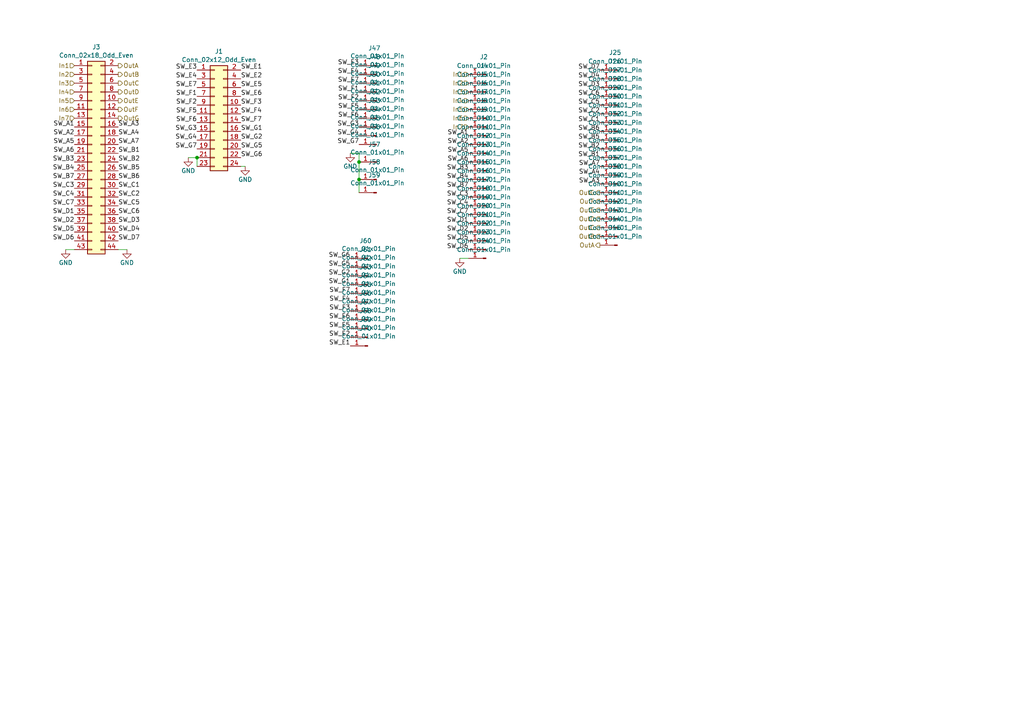
<source format=kicad_sch>
(kicad_sch (version 20231120) (generator "eeschema") (generator_version "8.0")
  (paper "A4")
  (lib_symbols
    (symbol "Connector:Conn_01x01_Pin" (pin_names (offset 1.016) hide)
      (property "Reference" "J" (at 0 2.54 0))
      (property "Value" "Conn_01x01_Pin" (at 0 -2.54 0))
      (symbol "Conn_01x01_Pin_1_1"
        (polyline (pts (xy 1.27 0) (xy 0.8636 0)) (stroke (width 0.1524)))
        (rectangle (start 0.8636 0.127) (end 0 -0.127) (stroke (width 0.1524)) (fill (type outline)))
        (pin passive line (at 5.08 0 180) (length 3.81) (name "Pin_1") (number "1"))
      )
    )
    (symbol "Connector_Generic:Conn_02x12_Odd_Even" (pin_names (offset 1.016) hide)
      (property "Reference" "J" (at 1.27 15.24 0))
      (property "Value" "Conn_02x12_Odd_Even" (at 1.27 -17.78 0))
      (symbol "Conn_02x12_Odd_Even_1_1"
        (rectangle (start -1.27 -15.113) (end 0 -15.367) (stroke (width 0.1524)))
        (rectangle (start -1.27 -12.573) (end 0 -12.827) (stroke (width 0.1524)))
        (rectangle (start -1.27 -10.033) (end 0 -10.287) (stroke (width 0.1524)))
        (rectangle (start -1.27 -7.493) (end 0 -7.747) (stroke (width 0.1524)))
        (rectangle (start -1.27 -4.953) (end 0 -5.207) (stroke (width 0.1524)))
        (rectangle (start -1.27 -2.413) (end 0 -2.667) (stroke (width 0.1524)))
        (rectangle (start -1.27 0.127) (end 0 -0.127) (stroke (width 0.1524)))
        (rectangle (start -1.27 2.667) (end 0 2.413) (stroke (width 0.1524)))
        (rectangle (start -1.27 5.207) (end 0 4.953) (stroke (width 0.1524)))
        (rectangle (start -1.27 7.747) (end 0 7.493) (stroke (width 0.1524)))
        (rectangle (start -1.27 10.287) (end 0 10.033) (stroke (width 0.1524)))
        (rectangle (start -1.27 12.827) (end 0 12.573) (stroke (width 0.1524)))
        (rectangle (start -1.27 13.97) (end 3.81 -16.51) (stroke (width 0.254)) (fill (type background)))
        (rectangle (start 3.81 -15.113) (end 2.54 -15.367) (stroke (width 0.1524)))
        (rectangle (start 3.81 -12.573) (end 2.54 -12.827) (stroke (width 0.1524)))
        (rectangle (start 3.81 -10.033) (end 2.54 -10.287) (stroke (width 0.1524)))
        (rectangle (start 3.81 -7.493) (end 2.54 -7.747) (stroke (width 0.1524)))
        (rectangle (start 3.81 -4.953) (end 2.54 -5.207) (stroke (width 0.1524)))
        (rectangle (start 3.81 -2.413) (end 2.54 -2.667) (stroke (width 0.1524)))
        (rectangle (start 3.81 0.127) (end 2.54 -0.127) (stroke (width 0.1524)))
        (rectangle (start 3.81 2.667) (end 2.54 2.413) (stroke (width 0.1524)))
        (rectangle (start 3.81 5.207) (end 2.54 4.953) (stroke (width 0.1524)))
        (rectangle (start 3.81 7.747) (end 2.54 7.493) (stroke (width 0.1524)))
        (rectangle (start 3.81 10.287) (end 2.54 10.033) (stroke (width 0.1524)))
        (rectangle (start 3.81 12.827) (end 2.54 12.573) (stroke (width 0.1524)))
        (pin passive line (at -5.08 12.7 0) (length 3.81) (name "Pin_1") (number "1"))
        (pin passive line (at 7.62 2.54 180) (length 3.81) (name "Pin_10") (number "10"))
        (pin passive line (at -5.08 0 0) (length 3.81) (name "Pin_11") (number "11"))
        (pin passive line (at 7.62 0 180) (length 3.81) (name "Pin_12") (number "12"))
        (pin passive line (at -5.08 -2.54 0) (length 3.81) (name "Pin_13") (number "13"))
        (pin passive line (at 7.62 -2.54 180) (length 3.81) (name "Pin_14") (number "14"))
        (pin passive line (at -5.08 -5.08 0) (length 3.81) (name "Pin_15") (number "15"))
        (pin passive line (at 7.62 -5.08 180) (length 3.81) (name "Pin_16") (number "16"))
        (pin passive line (at -5.08 -7.62 0) (length 3.81) (name "Pin_17") (number "17"))
        (pin passive line (at 7.62 -7.62 180) (length 3.81) (name "Pin_18") (number "18"))
        (pin passive line (at -5.08 -10.16 0) (length 3.81) (name "Pin_19") (number "19"))
        (pin passive line (at 7.62 12.7 180) (length 3.81) (name "Pin_2") (number "2"))
        (pin passive line (at 7.62 -10.16 180) (length 3.81) (name "Pin_20") (number "20"))
        (pin passive line (at -5.08 -12.7 0) (length 3.81) (name "Pin_21") (number "21"))
        (pin passive line (at 7.62 -12.7 180) (length 3.81) (name "Pin_22") (number "22"))
        (pin passive line (at -5.08 -15.24 0) (length 3.81) (name "Pin_23") (number "23"))
        (pin passive line (at 7.62 -15.24 180) (length 3.81) (name "Pin_24") (number "24"))
        (pin passive line (at -5.08 10.16 0) (length 3.81) (name "Pin_3") (number "3"))
        (pin passive line (at 7.62 10.16 180) (length 3.81) (name "Pin_4") (number "4"))
        (pin passive line (at -5.08 7.62 0) (length 3.81) (name "Pin_5") (number "5"))
        (pin passive line (at 7.62 7.62 180) (length 3.81) (name "Pin_6") (number "6"))
        (pin passive line (at -5.08 5.08 0) (length 3.81) (name "Pin_7") (number "7"))
        (pin passive line (at 7.62 5.08 180) (length 3.81) (name "Pin_8") (number "8"))
        (pin passive line (at -5.08 2.54 0) (length 3.81) (name "Pin_9") (number "9"))
      )
    )
    (symbol "Connector_Generic:Conn_02x22_Odd_Even" (pin_names (offset 1.016) hide)
      (property "Reference" "J" (at 1.27 27.94 0))
      (property "Value" "Conn_02x22_Odd_Even" (at 1.27 -30.48 0))
      (symbol "Conn_02x22_Odd_Even_1_1"
        (rectangle (start -1.27 -27.813) (end 0 -28.067) (stroke (width 0.1524)))
        (rectangle (start -1.27 -25.273) (end 0 -25.527) (stroke (width 0.1524)))
        (rectangle (start -1.27 -22.733) (end 0 -22.987) (stroke (width 0.1524)))
        (rectangle (start -1.27 -20.193) (end 0 -20.447) (stroke (width 0.1524)))
        (rectangle (start -1.27 -17.653) (end 0 -17.907) (stroke (width 0.1524)))
        (rectangle (start -1.27 -15.113) (end 0 -15.367) (stroke (width 0.1524)))
        (rectangle (start -1.27 -12.573) (end 0 -12.827) (stroke (width 0.1524)))
        (rectangle (start -1.27 -10.033) (end 0 -10.287) (stroke (width 0.1524)))
        (rectangle (start -1.27 -7.493) (end 0 -7.747) (stroke (width 0.1524)))
        (rectangle (start -1.27 -4.953) (end 0 -5.207) (stroke (width 0.1524)))
        (rectangle (start -1.27 -2.413) (end 0 -2.667) (stroke (width 0.1524)))
        (rectangle (start -1.27 0.127) (end 0 -0.127) (stroke (width 0.1524)))
        (rectangle (start -1.27 2.667) (end 0 2.413) (stroke (width 0.1524)))
        (rectangle (start -1.27 5.207) (end 0 4.953) (stroke (width 0.1524)))
        (rectangle (start -1.27 7.747) (end 0 7.493) (stroke (width 0.1524)))
        (rectangle (start -1.27 10.287) (end 0 10.033) (stroke (width 0.1524)))
        (rectangle (start -1.27 12.827) (end 0 12.573) (stroke (width 0.1524)))
        (rectangle (start -1.27 15.367) (end 0 15.113) (stroke (width 0.1524)))
        (rectangle (start -1.27 17.907) (end 0 17.653) (stroke (width 0.1524)))
        (rectangle (start -1.27 20.447) (end 0 20.193) (stroke (width 0.1524)))
        (rectangle (start -1.27 22.987) (end 0 22.733) (stroke (width 0.1524)))
        (rectangle (start -1.27 25.527) (end 0 25.273) (stroke (width 0.1524)))
        (rectangle (start -1.27 26.67) (end 3.81 -29.21) (stroke (width 0.254)) (fill (type background)))
        (rectangle (start 3.81 -27.813) (end 2.54 -28.067) (stroke (width 0.1524)))
        (rectangle (start 3.81 -25.273) (end 2.54 -25.527) (stroke (width 0.1524)))
        (rectangle (start 3.81 -22.733) (end 2.54 -22.987) (stroke (width 0.1524)))
        (rectangle (start 3.81 -20.193) (end 2.54 -20.447) (stroke (width 0.1524)))
        (rectangle (start 3.81 -17.653) (end 2.54 -17.907) (stroke (width 0.1524)))
        (rectangle (start 3.81 -15.113) (end 2.54 -15.367) (stroke (width 0.1524)))
        (rectangle (start 3.81 -12.573) (end 2.54 -12.827) (stroke (width 0.1524)))
        (rectangle (start 3.81 -10.033) (end 2.54 -10.287) (stroke (width 0.1524)))
        (rectangle (start 3.81 -7.493) (end 2.54 -7.747) (stroke (width 0.1524)))
        (rectangle (start 3.81 -4.953) (end 2.54 -5.207) (stroke (width 0.1524)))
        (rectangle (start 3.81 -2.413) (end 2.54 -2.667) (stroke (width 0.1524)))
        (rectangle (start 3.81 0.127) (end 2.54 -0.127) (stroke (width 0.1524)))
        (rectangle (start 3.81 2.667) (end 2.54 2.413) (stroke (width 0.1524)))
        (rectangle (start 3.81 5.207) (end 2.54 4.953) (stroke (width 0.1524)))
        (rectangle (start 3.81 7.747) (end 2.54 7.493) (stroke (width 0.1524)))
        (rectangle (start 3.81 10.287) (end 2.54 10.033) (stroke (width 0.1524)))
        (rectangle (start 3.81 12.827) (end 2.54 12.573) (stroke (width 0.1524)))
        (rectangle (start 3.81 15.367) (end 2.54 15.113) (stroke (width 0.1524)))
        (rectangle (start 3.81 17.907) (end 2.54 17.653) (stroke (width 0.1524)))
        (rectangle (start 3.81 20.447) (end 2.54 20.193) (stroke (width 0.1524)))
        (rectangle (start 3.81 22.987) (end 2.54 22.733) (stroke (width 0.1524)))
        (rectangle (start 3.81 25.527) (end 2.54 25.273) (stroke (width 0.1524)))
        (pin passive line (at -5.08 25.4 0) (length 3.81) (name "Pin_1") (number "1"))
        (pin passive line (at 7.62 15.24 180) (length 3.81) (name "Pin_10") (number "10"))
        (pin passive line (at -5.08 12.7 0) (length 3.81) (name "Pin_11") (number "11"))
        (pin passive line (at 7.62 12.7 180) (length 3.81) (name "Pin_12") (number "12"))
        (pin passive line (at -5.08 10.16 0) (length 3.81) (name "Pin_13") (number "13"))
        (pin passive line (at 7.62 10.16 180) (length 3.81) (name "Pin_14") (number "14"))
        (pin passive line (at -5.08 7.62 0) (length 3.81) (name "Pin_15") (number "15"))
        (pin passive line (at 7.62 7.62 180) (length 3.81) (name "Pin_16") (number "16"))
        (pin passive line (at -5.08 5.08 0) (length 3.81) (name "Pin_17") (number "17"))
        (pin passive line (at 7.62 5.08 180) (length 3.81) (name "Pin_18") (number "18"))
        (pin passive line (at -5.08 2.54 0) (length 3.81) (name "Pin_19") (number "19"))
        (pin passive line (at 7.62 25.4 180) (length 3.81) (name "Pin_2") (number "2"))
        (pin passive line (at 7.62 2.54 180) (length 3.81) (name "Pin_20") (number "20"))
        (pin passive line (at -5.08 0 0) (length 3.81) (name "Pin_21") (number "21"))
        (pin passive line (at 7.62 0 180) (length 3.81) (name "Pin_22") (number "22"))
        (pin passive line (at -5.08 -2.54 0) (length 3.81) (name "Pin_23") (number "23"))
        (pin passive line (at 7.62 -2.54 180) (length 3.81) (name "Pin_24") (number "24"))
        (pin passive line (at -5.08 -5.08 0) (length 3.81) (name "Pin_25") (number "25"))
        (pin passive line (at 7.62 -5.08 180) (length 3.81) (name "Pin_26") (number "26"))
        (pin passive line (at -5.08 -7.62 0) (length 3.81) (name "Pin_27") (number "27"))
        (pin passive line (at 7.62 -7.62 180) (length 3.81) (name "Pin_28") (number "28"))
        (pin passive line (at -5.08 -10.16 0) (length 3.81) (name "Pin_29") (number "29"))
        (pin passive line (at -5.08 22.86 0) (length 3.81) (name "Pin_3") (number "3"))
        (pin passive line (at 7.62 -10.16 180) (length 3.81) (name "Pin_30") (number "30"))
        (pin passive line (at -5.08 -12.7 0) (length 3.81) (name "Pin_31") (number "31"))
        (pin passive line (at 7.62 -12.7 180) (length 3.81) (name "Pin_32") (number "32"))
        (pin passive line (at -5.08 -15.24 0) (length 3.81) (name "Pin_33") (number "33"))
        (pin passive line (at 7.62 -15.24 180) (length 3.81) (name "Pin_34") (number "34"))
        (pin passive line (at -5.08 -17.78 0) (length 3.81) (name "Pin_35") (number "35"))
        (pin passive line (at 7.62 -17.78 180) (length 3.81) (name "Pin_36") (number "36"))
        (pin passive line (at -5.08 -20.32 0) (length 3.81) (name "Pin_37") (number "37"))
        (pin passive line (at 7.62 -20.32 180) (length 3.81) (name "Pin_38") (number "38"))
        (pin passive line (at -5.08 -22.86 0) (length 3.81) (name "Pin_39") (number "39"))
        (pin passive line (at 7.62 22.86 180) (length 3.81) (name "Pin_4") (number "4"))
        (pin passive line (at 7.62 -22.86 180) (length 3.81) (name "Pin_40") (number "40"))
        (pin passive line (at -5.08 -25.4 0) (length 3.81) (name "Pin_41") (number "41"))
        (pin passive line (at 7.62 -25.4 180) (length 3.81) (name "Pin_42") (number "42"))
        (pin passive line (at -5.08 -27.94 0) (length 3.81) (name "Pin_43") (number "43"))
        (pin passive line (at 7.62 -27.94 180) (length 3.81) (name "Pin_44") (number "44"))
        (pin passive line (at -5.08 20.32 0) (length 3.81) (name "Pin_5") (number "5"))
        (pin passive line (at 7.62 20.32 180) (length 3.81) (name "Pin_6") (number "6"))
        (pin passive line (at -5.08 17.78 0) (length 3.81) (name "Pin_7") (number "7"))
        (pin passive line (at 7.62 17.78 180) (length 3.81) (name "Pin_8") (number "8"))
        (pin passive line (at -5.08 15.24 0) (length 3.81) (name "Pin_9") (number "9"))
      )
    )
    (symbol "touch-rescue:GND-power-allcolours_analogue-rescue" (power) (pin_names (offset 0))
      (property "Value" "GND-power-allcolours_analogue-rescue" (at 0 -3.81 0))
      (symbol "GND-power-allcolours_analogue-rescue_0_1"
        (polyline (pts (xy 0 0) (xy 0 -1.27) (xy 1.27 -1.27) (xy 0 -2.54) (xy -1.27 -1.27) (xy 0 -1.27)))
      )
      (symbol "GND-power-allcolours_analogue-rescue_1_1"
        (pin power_in line (at 0 0 270) (length 0) hide (name "GND") (number "1"))
      )
    )
  )
  (junction (at 57.15 45.72))
  (junction (at 104.14 46.99))
  (junction (at 104.14 52.07))
  (wire (pts (xy 19.05 72.39) (xy 21.59 72.39)))
  (wire (pts (xy 133.35 74.93) (xy 135.89 74.93)))
  (wire (pts (xy 71.12 48.26) (xy 69.85 48.26)))
  (wire (pts (xy 54.61 45.72) (xy 57.15 45.72)))
  (wire (pts (xy 104.14 46.99) (xy 104.14 52.07)))
  (wire (pts (xy 104.14 52.07) (xy 104.14 55.88)))
  (wire (pts (xy 104.14 44.45) (xy 104.14 46.99)))
  (wire (pts (xy 57.15 45.72) (xy 57.15 48.26)))
  (wire (pts (xy 36.83 72.39) (xy 34.29 72.39)))
  (wire (pts (xy 101.6 44.45) (xy 104.14 44.45)))
  (label "SW_E6" (at 101.6 92.71 180))
  (label "SW_G7" (at 57.15 43.18 180))
  (label "SW_G1" (at 69.85 38.1 0))
  (label "SW_A1" (at 135.89 39.37 180))
  (label "SW_C3" (at 135.89 57.15 180))
  (label "SW_D2" (at 135.89 67.31 180))
  (label "SW_A3" (at 173.99 53.34 180))
  (label "SW_A3" (at 34.29 36.83 0))
  (label "SW_F4" (at 69.85 33.02 0))
  (label "SW_A4" (at 173.99 50.8 180))
  (label "SW_B2" (at 34.29 46.99 0))
  (label "SW_E4" (at 57.15 22.86 180))
  (label "SW_F1" (at 104.14 26.67 180))
  (label "SW_A2" (at 135.89 41.91 180))
  (label "SW_A6" (at 21.59 44.45 180))
  (label "SW_E6" (at 69.85 27.94 0))
  (label "SW_C4" (at 135.89 59.69 180))
  (label "SW_G4" (at 104.14 39.37 180))
  (label "SW_C7" (at 135.89 62.23 180))
  (label "SW_B1" (at 34.29 44.45 0))
  (label "SW_D4" (at 173.99 22.86 180))
  (label "SW_F3" (at 69.85 30.48 0))
  (label "SW_G1" (at 101.6 82.55 180))
  (label "SW_C6" (at 34.29 62.23 0))
  (label "SW_F5" (at 104.14 31.75 180))
  (label "SW_F1" (at 57.15 27.94 180))
  (label "SW_D1" (at 135.89 64.77 180))
  (label "SW_D5" (at 21.59 67.31 180))
  (label "SW_F7" (at 101.6 85.09 180))
  (label "SW_G6" (at 101.6 74.93 180))
  (label "SW_G3" (at 104.14 36.83 180))
  (label "SW_D6" (at 135.89 72.39 180))
  (label "SW_B3" (at 21.59 46.99 180))
  (label "SW_E7" (at 104.14 24.13 180))
  (label "SW_B6" (at 173.99 38.1 180))
  (label "SW_B4" (at 135.89 52.07 180))
  (label "SW_C2" (at 173.99 33.02 180))
  (label "SW_C3" (at 21.59 54.61 180))
  (label "SW_D4" (at 34.29 67.31 0))
  (label "SW_E3" (at 104.14 19.05 180))
  (label "SW_B1" (at 173.99 45.72 180))
  (label "SW_B6" (at 34.29 52.07 0))
  (label "SW_G5" (at 101.6 77.47 180))
  (label "SW_B3" (at 135.89 49.53 180))
  (label "SW_G2" (at 69.85 40.64 0))
  (label "SW_G6" (at 69.85 45.72 0))
  (label "SW_E1" (at 101.6 100.33 180))
  (label "SW_G4" (at 57.15 40.64 180))
  (label "SW_F6" (at 57.15 35.56 180))
  (label "SW_A1" (at 21.59 36.83 180))
  (label "SW_A5" (at 135.89 44.45 180))
  (label "SW_F7" (at 69.85 35.56 0))
  (label "SW_G7" (at 104.14 41.91 180))
  (label "SW_B7" (at 21.59 52.07 180))
  (label "SW_D7" (at 173.99 20.32 180))
  (label "SW_D3" (at 173.99 25.4 180))
  (label "SW_C2" (at 34.29 57.15 0))
  (label "SW_C5" (at 34.29 59.69 0))
  (label "SW_G3" (at 57.15 38.1 180))
  (label "SW_D2" (at 21.59 64.77 180))
  (label "SW_D3" (at 34.29 64.77 0))
  (label "SW_A7" (at 173.99 48.26 180))
  (label "SW_F2" (at 57.15 30.48 180))
  (label "SW_A6" (at 135.89 46.99 180))
  (label "SW_E3" (at 57.15 20.32 180))
  (label "SW_D5" (at 135.89 69.85 180))
  (label "SW_C5" (at 173.99 30.48 180))
  (label "SW_D7" (at 34.29 69.85 0))
  (label "SW_C1" (at 173.99 35.56 180))
  (label "SW_C4" (at 21.59 57.15 180))
  (label "SW_E7" (at 57.15 25.4 180))
  (label "SW_F5" (at 57.15 33.02 180))
  (label "SW_B7" (at 135.89 54.61 180))
  (label "SW_A5" (at 21.59 41.91 180))
  (label "SW_E4" (at 104.14 21.59 180))
  (label "SW_A2" (at 21.59 39.37 180))
  (label "SW_B2" (at 173.99 43.18 180))
  (label "SW_C6" (at 173.99 27.94 180))
  (label "SW_G5" (at 69.85 43.18 0))
  (label "SW_C7" (at 21.59 59.69 180))
  (label "SW_F4" (at 101.6 87.63 180))
  (label "SW_E2" (at 69.85 22.86 0))
  (label "SW_B4" (at 21.59 49.53 180))
  (label "SW_F3" (at 101.6 90.17 180))
  (label "SW_B5" (at 34.29 49.53 0))
  (label "SW_C1" (at 34.29 54.61 0))
  (label "SW_G2" (at 101.6 80.01 180))
  (label "SW_A4" (at 34.29 39.37 0))
  (label "SW_F2" (at 104.14 29.21 180))
  (label "SW_E5" (at 101.6 95.25 180))
  (label "SW_E5" (at 69.85 25.4 0))
  (label "SW_D6" (at 21.59 69.85 180))
  (label "SW_B5" (at 173.99 40.64 180))
  (label "SW_E1" (at 69.85 20.32 0))
  (label "SW_A7" (at 34.29 41.91 0))
  (label "SW_E2" (at 101.6 97.79 180))
  (label "SW_F6" (at 104.14 34.29 180))
  (label "SW_D1" (at 21.59 62.23 180))
  (hierarchical_label "OutB" (shape output) (at 34.29 21.59 0))
  (hierarchical_label "OutD" (shape output) (at 34.29 26.67 0))
  (hierarchical_label "OutE" (shape output) (at 173.99 60.96 180))
  (hierarchical_label "In5" (shape input) (at 135.89 31.75 180))
  (hierarchical_label "In1" (shape input) (at 21.59 19.05 180))
  (hierarchical_label "In5" (shape input) (at 21.59 29.21 180))
  (hierarchical_label "OutC" (shape output) (at 173.99 66.04 180))
  (hierarchical_label "In1" (shape input) (at 135.89 21.59 180))
  (hierarchical_label "OutA" (shape output) (at 34.29 19.05 0))
  (hierarchical_label "In2" (shape input) (at 21.59 21.59 180))
  (hierarchical_label "In2" (shape input) (at 135.89 24.13 180))
  (hierarchical_label "OutE" (shape output) (at 34.29 29.21 0))
  (hierarchical_label "OutG" (shape output) (at 34.29 34.29 0))
  (hierarchical_label "OutF" (shape output) (at 34.29 31.75 0))
  (hierarchical_label "In4" (shape input) (at 135.89 29.21 180))
  (hierarchical_label "In3" (shape input) (at 21.59 24.13 180))
  (hierarchical_label "OutC" (shape output) (at 34.29 24.13 0))
  (hierarchical_label "In4" (shape input) (at 21.59 26.67 180))
  (hierarchical_label "In6" (shape input) (at 135.89 34.29 180))
  (hierarchical_label "In7" (shape input) (at 21.59 34.29 180))
  (hierarchical_label "OutF" (shape output) (at 173.99 58.42 180))
  (hierarchical_label "OutA" (shape output) (at 173.99 71.12 180))
  (hierarchical_label "In3" (shape input) (at 135.89 26.67 180))
  (hierarchical_label "In6" (shape input) (at 21.59 31.75 180))
  (hierarchical_label "OutB" (shape output) (at 173.99 68.58 180))
  (hierarchical_label "OutD" (shape output) (at 173.99 63.5 180))
  (hierarchical_label "OutG" (shape output) (at 173.99 55.88 180))
  (hierarchical_label "In7" (shape input) (at 135.89 36.83 180))
  (symbol (lib_id "Connector:Conn_01x01_Pin") (at 106.68 92.71 180) (unit 1)
    (property "Reference" "J67" (at 106.045 87.63 0))
    (property "Value" "Conn_01x01_Pin" (at 106.934 89.916 0))
    (property "Footprint" "TestPoint:TestPoint_Pad_1.0x1.0mm" (effects (hide yes)))
    (property "Description" "Generic connector, single row, 01x01, script generated" (effects (hide yes)))
  )
  (symbol (lib_id "Connector:Conn_01x01_Pin") (at 106.68 77.47 180) (unit 1)
    (property "Reference" "J61" (at 106.045 72.39 0))
    (property "Value" "Conn_01x01_Pin" (at 106.934 74.676 0))
    (property "Footprint" "TestPoint:TestPoint_Pad_1.0x1.0mm" (effects (hide yes)))
    (property "Description" "Generic connector, single row, 01x01, script generated" (effects (hide yes)))
  )
  (symbol (lib_id "Connector:Conn_01x01_Pin") (at 109.22 46.99 180) (unit 1)
    (property "Reference" "J57" (at 108.585 41.91 0))
    (property "Value" "Conn_01x01_Pin" (at 109.474 44.196 0))
    (property "Footprint" "TestPoint:TestPoint_Pad_1.0x1.0mm" (effects (hide yes)))
    (property "Description" "Generic connector, single row, 01x01, script generated" (effects (hide yes)))
  )
  (symbol (lib_id "Connector:Conn_01x01_Pin") (at 179.07 25.4 180) (unit 1)
    (property "Reference" "J27" (at 178.435 20.32 0))
    (property "Value" "Conn_01x01_Pin" (at 178.435 22.86 0))
    (property "Footprint" "TestPoint:TestPoint_Pad_1.0x1.0mm" (effects (hide yes)))
    (property "Description" "Generic connector, single row, 01x01, script generated" (effects (hide yes)))
  )
  (symbol (lib_id "Connector:Conn_01x01_Pin") (at 140.97 39.37 180) (unit 1)
    (property "Reference" "J10" (at 140.335 34.29 0))
    (property "Value" "Conn_01x01_Pin" (at 140.335 36.83 0))
    (property "Footprint" "TestPoint:TestPoint_Pad_1.0x1.0mm" (effects (hide yes)))
    (property "Description" "Generic connector, single row, 01x01, script generated" (effects (hide yes)))
  )
  (symbol (lib_id "Connector:Conn_01x01_Pin") (at 109.22 31.75 180) (unit 1)
    (property "Reference" "J52" (at 108.585 26.67 0))
    (property "Value" "Conn_01x01_Pin" (at 109.474 28.956 0))
    (property "Footprint" "TestPoint:TestPoint_Pad_1.0x1.0mm" (effects (hide yes)))
    (property "Description" "Generic connector, single row, 01x01, script generated" (effects (hide yes)))
  )
  (symbol (lib_id "Connector:Conn_01x01_Pin") (at 179.07 33.02 180) (unit 1)
    (property "Reference" "J30" (at 178.435 27.94 0))
    (property "Value" "Conn_01x01_Pin" (at 178.435 30.48 0))
    (property "Footprint" "TestPoint:TestPoint_Pad_1.0x1.0mm" (effects (hide yes)))
    (property "Description" "Generic connector, single row, 01x01, script generated" (effects (hide yes)))
  )
  (symbol (lib_id "Connector:Conn_01x01_Pin") (at 179.07 71.12 180) (unit 1)
    (property "Reference" "J45" (at 178.435 66.04 0))
    (property "Value" "Conn_01x01_Pin" (at 178.435 68.58 0))
    (property "Footprint" "TestPoint:TestPoint_Pad_1.0x1.0mm" (effects (hide yes)))
    (property "Description" "Generic connector, single row, 01x01, script generated" (effects (hide yes)))
  )
  (symbol (lib_id "Connector:Conn_01x01_Pin") (at 140.97 59.69 180) (unit 1)
    (property "Reference" "J18" (at 140.335 54.61 0))
    (property "Value" "Conn_01x01_Pin" (at 140.335 57.15 0))
    (property "Footprint" "TestPoint:TestPoint_Pad_1.0x1.0mm" (effects (hide yes)))
    (property "Description" "Generic connector, single row, 01x01, script generated" (effects (hide yes)))
  )
  (symbol (lib_id "Connector:Conn_01x01_Pin") (at 140.97 36.83 180) (unit 1)
    (property "Reference" "J9" (at 140.335 31.75 0))
    (property "Value" "Conn_01x01_Pin" (at 140.335 34.29 0))
    (property "Footprint" "TestPoint:TestPoint_Pad_1.0x1.0mm" (effects (hide yes)))
    (property "Description" "Generic connector, single row, 01x01, script generated" (effects (hide yes)))
  )
  (symbol (lib_id "Connector:Conn_01x01_Pin") (at 106.68 80.01 180) (unit 1)
    (property "Reference" "J62" (at 106.045 74.93 0))
    (property "Value" "Conn_01x01_Pin" (at 106.934 77.216 0))
    (property "Footprint" "TestPoint:TestPoint_Pad_1.0x1.0mm" (effects (hide yes)))
    (property "Description" "Generic connector, single row, 01x01, script generated" (effects (hide yes)))
  )
  (symbol (lib_id "touch-rescue:GND-power-allcolours_analogue-rescue") (at 71.12 48.26 0) (unit 1)
    (property "Reference" "#PWR02" (effects (hide yes)))
    (property "Value" "GND" (at 71.12 52.07 0))
  )
  (symbol (lib_id "Connector:Conn_01x01_Pin") (at 179.07 50.8 180) (unit 1)
    (property "Reference" "J37" (at 178.435 45.72 0))
    (property "Value" "Conn_01x01_Pin" (at 178.435 48.26 0))
    (property "Footprint" "TestPoint:TestPoint_Pad_1.0x1.0mm" (effects (hide yes)))
    (property "Description" "Generic connector, single row, 01x01, script generated" (effects (hide yes)))
  )
  (symbol (lib_id "Connector:Conn_01x01_Pin") (at 140.97 26.67 180) (unit 1)
    (property "Reference" "J5" (at 140.335 21.59 0))
    (property "Value" "Conn_01x01_Pin" (at 140.335 24.13 0))
    (property "Footprint" "TestPoint:TestPoint_Pad_1.0x1.0mm" (effects (hide yes)))
    (property "Description" "Generic connector, single row, 01x01, script generated" (effects (hide yes)))
  )
  (symbol (lib_id "Connector_Generic:Conn_02x22_Odd_Even") (at 26.67 44.45 0) (unit 1)
    (property "Reference" "J3" (at 27.94 13.6355 0))
    (property "Value" "Conn_02x18_Odd_Even" (at 27.94 16.0598 0))
    (property "Footprint" "Connector_PinHeader_2.54mm:PinHeader_2x22_P2.54mm_Vertical_SMD" (effects (hide yes)))
    (property "Description" "Generic connector, double row, 02x22, odd/even pin numbering scheme (row 1 odd numbers, row 2 even numbers), script generated (kicad-library-utils/schlib/autogen/connector/)" (effects (hide yes)))
  )
  (symbol (lib_id "Connector:Conn_01x01_Pin") (at 106.68 85.09 180) (unit 1)
    (property "Reference" "J64" (at 106.045 80.01 0))
    (property "Value" "Conn_01x01_Pin" (at 106.934 82.296 0))
    (property "Footprint" "TestPoint:TestPoint_Pad_1.0x1.0mm" (effects (hide yes)))
    (property "Description" "Generic connector, single row, 01x01, script generated" (effects (hide yes)))
  )
  (symbol (lib_id "touch-rescue:GND-power-allcolours_analogue-rescue") (at 54.61 45.72 0) (unit 1)
    (property "Reference" "#PWR01" (effects (hide yes)))
    (property "Value" "GND" (at 54.61 49.53 0))
  )
  (symbol (lib_id "touch-rescue:GND-power-allcolours_analogue-rescue") (at 101.6 44.45 0) (unit 1)
    (property "Reference" "#PWR04" (effects (hide yes)))
    (property "Value" "GND" (at 101.6 48.26 0))
  )
  (symbol (lib_id "Connector:Conn_01x01_Pin") (at 179.07 38.1 180) (unit 1)
    (property "Reference" "J32" (at 178.435 33.02 0))
    (property "Value" "Conn_01x01_Pin" (at 178.435 35.56 0))
    (property "Footprint" "TestPoint:TestPoint_Pad_1.0x1.0mm" (effects (hide yes)))
    (property "Description" "Generic connector, single row, 01x01, script generated" (effects (hide yes)))
  )
  (symbol (lib_id "Connector:Conn_01x01_Pin") (at 109.22 52.07 180) (unit 1)
    (property "Reference" "J58" (at 108.585 46.99 0))
    (property "Value" "Conn_01x01_Pin" (at 109.474 49.276 0))
    (property "Footprint" "TestPoint:TestPoint_Pad_1.0x1.0mm" (effects (hide yes)))
    (property "Description" "Generic connector, single row, 01x01, script generated" (effects (hide yes)))
  )
  (symbol (lib_id "Connector:Conn_01x01_Pin") (at 179.07 53.34 180) (unit 1)
    (property "Reference" "J38" (at 178.435 48.26 0))
    (property "Value" "Conn_01x01_Pin" (at 178.435 50.8 0))
    (property "Footprint" "TestPoint:TestPoint_Pad_1.0x1.0mm" (effects (hide yes)))
    (property "Description" "Generic connector, single row, 01x01, script generated" (effects (hide yes)))
  )
  (symbol (lib_id "Connector:Conn_01x01_Pin") (at 179.07 45.72 180) (unit 1)
    (property "Reference" "J35" (at 178.435 40.64 0))
    (property "Value" "Conn_01x01_Pin" (at 178.435 43.18 0))
    (property "Footprint" "TestPoint:TestPoint_Pad_1.0x1.0mm" (effects (hide yes)))
    (property "Description" "Generic connector, single row, 01x01, script generated" (effects (hide yes)))
  )
  (symbol (lib_id "Connector:Conn_01x01_Pin") (at 109.22 39.37 180) (unit 1)
    (property "Reference" "J55" (at 108.585 34.29 0))
    (property "Value" "Conn_01x01_Pin" (at 109.474 36.576 0))
    (property "Footprint" "TestPoint:TestPoint_Pad_1.0x1.0mm" (effects (hide yes)))
    (property "Description" "Generic connector, single row, 01x01, script generated" (effects (hide yes)))
  )
  (symbol (lib_id "Connector:Conn_01x01_Pin") (at 140.97 21.59 180) (unit 1)
    (property "Reference" "J2" (at 140.335 16.51 0))
    (property "Value" "Conn_01x01_Pin" (at 140.335 19.05 0))
    (property "Footprint" "TestPoint:TestPoint_Pad_1.0x1.0mm" (effects (hide yes)))
    (property "Description" "Generic connector, single row, 01x01, script generated" (effects (hide yes)))
  )
  (symbol (lib_id "Connector:Conn_01x01_Pin") (at 140.97 46.99 180) (unit 1)
    (property "Reference" "J13" (at 140.335 41.91 0))
    (property "Value" "Conn_01x01_Pin" (at 140.335 44.45 0))
    (property "Footprint" "TestPoint:TestPoint_Pad_1.0x1.0mm" (effects (hide yes)))
    (property "Description" "Generic connector, single row, 01x01, script generated" (effects (hide yes)))
  )
  (symbol (lib_id "Connector:Conn_01x01_Pin") (at 140.97 57.15 180) (unit 1)
    (property "Reference" "J17" (at 140.335 52.07 0))
    (property "Value" "Conn_01x01_Pin" (at 140.335 54.61 0))
    (property "Footprint" "TestPoint:TestPoint_Pad_1.0x1.0mm" (effects (hide yes)))
    (property "Description" "Generic connector, single row, 01x01, script generated" (effects (hide yes)))
  )
  (symbol (lib_id "Connector:Conn_01x01_Pin") (at 109.22 26.67 180) (unit 1)
    (property "Reference" "J50" (at 108.585 21.59 0))
    (property "Value" "Conn_01x01_Pin" (at 109.474 23.876 0))
    (property "Footprint" "TestPoint:TestPoint_Pad_1.0x1.0mm" (effects (hide yes)))
    (property "Description" "Generic connector, single row, 01x01, script generated" (effects (hide yes)))
  )
  (symbol (lib_id "Connector:Conn_01x01_Pin") (at 109.22 19.05 180) (unit 1)
    (property "Reference" "J47" (at 108.585 13.97 0))
    (property "Value" "Conn_01x01_Pin" (at 109.474 16.256 0))
    (property "Footprint" "TestPoint:TestPoint_Pad_1.0x1.0mm" (effects (hide yes)))
    (property "Description" "Generic connector, single row, 01x01, script generated" (effects (hide yes)))
  )
  (symbol (lib_id "Connector:Conn_01x01_Pin") (at 179.07 58.42 180) (unit 1)
    (property "Reference" "J40" (at 178.435 53.34 0))
    (property "Value" "Conn_01x01_Pin" (at 178.435 55.88 0))
    (property "Footprint" "TestPoint:TestPoint_Pad_1.0x1.0mm" (effects (hide yes)))
    (property "Description" "Generic connector, single row, 01x01, script generated" (effects (hide yes)))
  )
  (symbol (lib_id "Connector:Conn_01x01_Pin") (at 140.97 69.85 180) (unit 1)
    (property "Reference" "J22" (at 140.335 64.77 0))
    (property "Value" "Conn_01x01_Pin" (at 140.335 67.31 0))
    (property "Footprint" "TestPoint:TestPoint_Pad_1.0x1.0mm" (effects (hide yes)))
    (property "Description" "Generic connector, single row, 01x01, script generated" (effects (hide yes)))
  )
  (symbol (lib_id "Connector:Conn_01x01_Pin") (at 140.97 29.21 180) (unit 1)
    (property "Reference" "J6" (at 140.335 24.13 0))
    (property "Value" "Conn_01x01_Pin" (at 140.335 26.67 0))
    (property "Footprint" "TestPoint:TestPoint_Pad_1.0x1.0mm" (effects (hide yes)))
    (property "Description" "Generic connector, single row, 01x01, script generated" (effects (hide yes)))
  )
  (symbol (lib_id "Connector:Conn_01x01_Pin") (at 179.07 35.56 180) (unit 1)
    (property "Reference" "J31" (at 178.435 30.48 0))
    (property "Value" "Conn_01x01_Pin" (at 178.435 33.02 0))
    (property "Footprint" "TestPoint:TestPoint_Pad_1.0x1.0mm" (effects (hide yes)))
    (property "Description" "Generic connector, single row, 01x01, script generated" (effects (hide yes)))
  )
  (symbol (lib_id "Connector:Conn_01x01_Pin") (at 140.97 44.45 180) (unit 1)
    (property "Reference" "J12" (at 140.335 39.37 0))
    (property "Value" "Conn_01x01_Pin" (at 140.335 41.91 0))
    (property "Footprint" "TestPoint:TestPoint_Pad_1.0x1.0mm" (effects (hide yes)))
    (property "Description" "Generic connector, single row, 01x01, script generated" (effects (hide yes)))
  )
  (symbol (lib_id "Connector:Conn_01x01_Pin") (at 140.97 64.77 180) (unit 1)
    (property "Reference" "J20" (at 140.335 59.69 0))
    (property "Value" "Conn_01x01_Pin" (at 140.335 62.23 0))
    (property "Footprint" "TestPoint:TestPoint_Pad_1.0x1.0mm" (effects (hide yes)))
    (property "Description" "Generic connector, single row, 01x01, script generated" (effects (hide yes)))
  )
  (symbol (lib_id "Connector:Conn_01x01_Pin") (at 140.97 62.23 180) (unit 1)
    (property "Reference" "J19" (at 140.335 57.15 0))
    (property "Value" "Conn_01x01_Pin" (at 140.335 59.69 0))
    (property "Footprint" "TestPoint:TestPoint_Pad_1.0x1.0mm" (effects (hide yes)))
    (property "Description" "Generic connector, single row, 01x01, script generated" (effects (hide yes)))
  )
  (symbol (lib_id "Connector:Conn_01x01_Pin") (at 106.68 95.25 180) (unit 1)
    (property "Reference" "J68" (at 106.045 90.17 0))
    (property "Value" "Conn_01x01_Pin" (at 106.934 92.456 0))
    (property "Footprint" "TestPoint:TestPoint_Pad_1.0x1.0mm" (effects (hide yes)))
    (property "Description" "Generic connector, single row, 01x01, script generated" (effects (hide yes)))
  )
  (symbol (lib_id "Connector:Conn_01x01_Pin") (at 109.22 41.91 180) (unit 1)
    (property "Reference" "J56" (at 108.585 36.83 0))
    (property "Value" "Conn_01x01_Pin" (at 109.474 39.116 0))
    (property "Footprint" "TestPoint:TestPoint_Pad_1.0x1.0mm" (effects (hide yes)))
    (property "Description" "Generic connector, single row, 01x01, script generated" (effects (hide yes)))
  )
  (symbol (lib_id "Connector:Conn_01x01_Pin") (at 140.97 52.07 180) (unit 1)
    (property "Reference" "J15" (at 140.335 46.99 0))
    (property "Value" "Conn_01x01_Pin" (at 140.335 49.53 0))
    (property "Footprint" "TestPoint:TestPoint_Pad_1.0x1.0mm" (effects (hide yes)))
    (property "Description" "Generic connector, single row, 01x01, script generated" (effects (hide yes)))
  )
  (symbol (lib_id "Connector:Conn_01x01_Pin") (at 179.07 68.58 180) (unit 1)
    (property "Reference" "J44" (at 178.435 63.5 0))
    (property "Value" "Conn_01x01_Pin" (at 178.435 66.04 0))
    (property "Footprint" "TestPoint:TestPoint_Pad_1.0x1.0mm" (effects (hide yes)))
    (property "Description" "Generic connector, single row, 01x01, script generated" (effects (hide yes)))
  )
  (symbol (lib_id "Connector_Generic:Conn_02x12_Odd_Even") (at 62.23 33.02 0) (unit 1)
    (property "Reference" "J1" (at 63.5 14.9055 0))
    (property "Value" "Conn_02x12_Odd_Even" (at 63.5 17.3298 0))
    (property "Footprint" "Connector_PinHeader_2.54mm:PinHeader_2x12_P2.54mm_Vertical_SMD" (effects (hide yes)))
    (property "Description" "Generic connector, double row, 02x12, odd/even pin numbering scheme (row 1 odd numbers, row 2 even numbers), script generated (kicad-library-utils/schlib/autogen/connector/)" (effects (hide yes)))
  )
  (symbol (lib_id "Connector:Conn_01x01_Pin") (at 179.07 27.94 180) (unit 1)
    (property "Reference" "J28" (at 178.435 22.86 0))
    (property "Value" "Conn_01x01_Pin" (at 178.435 25.4 0))
    (property "Footprint" "TestPoint:TestPoint_Pad_1.0x1.0mm" (effects (hide yes)))
    (property "Description" "Generic connector, single row, 01x01, script generated" (effects (hide yes)))
  )
  (symbol (lib_id "Connector:Conn_01x01_Pin") (at 140.97 67.31 180) (unit 1)
    (property "Reference" "J21" (at 140.335 62.23 0))
    (property "Value" "Conn_01x01_Pin" (at 140.335 64.77 0))
    (property "Footprint" "TestPoint:TestPoint_Pad_1.0x1.0mm" (effects (hide yes)))
    (property "Description" "Generic connector, single row, 01x01, script generated" (effects (hide yes)))
  )
  (symbol (lib_id "Connector:Conn_01x01_Pin") (at 140.97 24.13 180) (unit 1)
    (property "Reference" "J4" (at 140.335 19.05 0))
    (property "Value" "Conn_01x01_Pin" (at 140.335 21.59 0))
    (property "Footprint" "TestPoint:TestPoint_Pad_1.0x1.0mm" (effects (hide yes)))
    (property "Description" "Generic connector, single row, 01x01, script generated" (effects (hide yes)))
  )
  (symbol (lib_id "Connector:Conn_01x01_Pin") (at 106.68 100.33 180) (unit 1)
    (property "Reference" "J70" (at 106.045 95.25 0))
    (property "Value" "Conn_01x01_Pin" (at 106.934 97.536 0))
    (property "Footprint" "TestPoint:TestPoint_Pad_1.0x1.0mm" (effects (hide yes)))
    (property "Description" "Generic connector, single row, 01x01, script generated" (effects (hide yes)))
  )
  (symbol (lib_id "Connector:Conn_01x01_Pin") (at 140.97 34.29 180) (unit 1)
    (property "Reference" "J8" (at 140.335 29.21 0))
    (property "Value" "Conn_01x01_Pin" (at 140.335 31.75 0))
    (property "Footprint" "TestPoint:TestPoint_Pad_1.0x1.0mm" (effects (hide yes)))
    (property "Description" "Generic connector, single row, 01x01, script generated" (effects (hide yes)))
  )
  (symbol (lib_id "Connector:Conn_01x01_Pin") (at 179.07 43.18 180) (unit 1)
    (property "Reference" "J34" (at 178.435 38.1 0))
    (property "Value" "Conn_01x01_Pin" (at 178.435 40.64 0))
    (property "Footprint" "TestPoint:TestPoint_Pad_1.0x1.0mm" (effects (hide yes)))
    (property "Description" "Generic connector, single row, 01x01, script generated" (effects (hide yes)))
  )
  (symbol (lib_id "Connector:Conn_01x01_Pin") (at 179.07 22.86 180) (unit 1)
    (property "Reference" "J26" (at 178.435 17.78 0))
    (property "Value" "Conn_01x01_Pin" (at 178.435 20.32 0))
    (property "Footprint" "TestPoint:TestPoint_Pad_1.0x1.0mm" (effects (hide yes)))
    (property "Description" "Generic connector, single row, 01x01, script generated" (effects (hide yes)))
  )
  (symbol (lib_id "Connector:Conn_01x01_Pin") (at 109.22 29.21 180) (unit 1)
    (property "Reference" "J51" (at 108.585 24.13 0))
    (property "Value" "Conn_01x01_Pin" (at 109.474 26.416 0))
    (property "Footprint" "TestPoint:TestPoint_Pad_1.0x1.0mm" (effects (hide yes)))
    (property "Description" "Generic connector, single row, 01x01, script generated" (effects (hide yes)))
  )
  (symbol (lib_id "Connector:Conn_01x01_Pin") (at 140.97 72.39 180) (unit 1)
    (property "Reference" "J23" (at 140.335 67.31 0))
    (property "Value" "Conn_01x01_Pin" (at 140.335 69.85 0))
    (property "Footprint" "TestPoint:TestPoint_Pad_1.0x1.0mm" (effects (hide yes)))
    (property "Description" "Generic connector, single row, 01x01, script generated" (effects (hide yes)))
  )
  (symbol (lib_id "Connector:Conn_01x01_Pin") (at 179.07 55.88 180) (unit 1)
    (property "Reference" "J39" (at 178.435 50.8 0))
    (property "Value" "Conn_01x01_Pin" (at 178.435 53.34 0))
    (property "Footprint" "TestPoint:TestPoint_Pad_1.0x1.0mm" (effects (hide yes)))
    (property "Description" "Generic connector, single row, 01x01, script generated" (effects (hide yes)))
  )
  (symbol (lib_id "Connector:Conn_01x01_Pin") (at 179.07 40.64 180) (unit 1)
    (property "Reference" "J33" (at 178.435 35.56 0))
    (property "Value" "Conn_01x01_Pin" (at 178.435 38.1 0))
    (property "Footprint" "TestPoint:TestPoint_Pad_1.0x1.0mm" (effects (hide yes)))
    (property "Description" "Generic connector, single row, 01x01, script generated" (effects (hide yes)))
  )
  (symbol (lib_id "Connector:Conn_01x01_Pin") (at 179.07 63.5 180) (unit 1)
    (property "Reference" "J42" (at 178.435 58.42 0))
    (property "Value" "Conn_01x01_Pin" (at 178.435 60.96 0))
    (property "Footprint" "TestPoint:TestPoint_Pad_1.0x1.0mm" (effects (hide yes)))
    (property "Description" "Generic connector, single row, 01x01, script generated" (effects (hide yes)))
  )
  (symbol (lib_id "Connector:Conn_01x01_Pin") (at 140.97 54.61 180) (unit 1)
    (property "Reference" "J16" (at 140.335 49.53 0))
    (property "Value" "Conn_01x01_Pin" (at 140.335 52.07 0))
    (property "Footprint" "TestPoint:TestPoint_Pad_1.0x1.0mm" (effects (hide yes)))
    (property "Description" "Generic connector, single row, 01x01, script generated" (effects (hide yes)))
  )
  (symbol (lib_id "Connector:Conn_01x01_Pin") (at 140.97 49.53 180) (unit 1)
    (property "Reference" "J14" (at 140.335 44.45 0))
    (property "Value" "Conn_01x01_Pin" (at 140.335 46.99 0))
    (property "Footprint" "TestPoint:TestPoint_Pad_1.0x1.0mm" (effects (hide yes)))
    (property "Description" "Generic connector, single row, 01x01, script generated" (effects (hide yes)))
  )
  (symbol (lib_id "Connector:Conn_01x01_Pin") (at 106.68 87.63 180) (unit 1)
    (property "Reference" "J65" (at 106.045 82.55 0))
    (property "Value" "Conn_01x01_Pin" (at 106.934 84.836 0))
    (property "Footprint" "TestPoint:TestPoint_Pad_1.0x1.0mm" (effects (hide yes)))
    (property "Description" "Generic connector, single row, 01x01, script generated" (effects (hide yes)))
  )
  (symbol (lib_id "touch-rescue:GND-power-allcolours_analogue-rescue") (at 133.35 74.93 0) (unit 1)
    (property "Reference" "#PWR03" (effects (hide yes)))
    (property "Value" "GND" (at 133.35 78.74 0))
  )
  (symbol (lib_id "Connector:Conn_01x01_Pin") (at 179.07 30.48 180) (unit 1)
    (property "Reference" "J29" (at 178.435 25.4 0))
    (property "Value" "Conn_01x01_Pin" (at 178.435 27.94 0))
    (property "Footprint" "TestPoint:TestPoint_Pad_1.0x1.0mm" (effects (hide yes)))
    (property "Description" "Generic connector, single row, 01x01, script generated" (effects (hide yes)))
  )
  (symbol (lib_id "touch-rescue:GND-power-allcolours_analogue-rescue") (at 19.05 72.39 0) (unit 1)
    (property "Reference" "#PWR05" (effects (hide yes)))
    (property "Value" "GND" (at 19.05 76.2 0))
  )
  (symbol (lib_id "Connector:Conn_01x01_Pin") (at 179.07 20.32 180) (unit 1)
    (property "Reference" "J25" (at 178.435 15.24 0))
    (property "Value" "Conn_01x01_Pin" (at 178.435 17.78 0))
    (property "Footprint" "TestPoint:TestPoint_Pad_1.0x1.0mm" (effects (hide yes)))
    (property "Description" "Generic connector, single row, 01x01, script generated" (effects (hide yes)))
  )
  (symbol (lib_id "Connector:Conn_01x01_Pin") (at 109.22 55.88 180) (unit 1)
    (property "Reference" "J59" (at 108.585 50.8 0))
    (property "Value" "Conn_01x01_Pin" (at 109.474 53.086 0))
    (property "Footprint" "TestPoint:TestPoint_Pad_1.0x1.0mm" (effects (hide yes)))
    (property "Description" "Generic connector, single row, 01x01, script generated" (effects (hide yes)))
  )
  (symbol (lib_id "Connector:Conn_01x01_Pin") (at 106.68 82.55 180) (unit 1)
    (property "Reference" "J63" (at 106.045 77.47 0))
    (property "Value" "Conn_01x01_Pin" (at 106.934 79.756 0))
    (property "Footprint" "TestPoint:TestPoint_Pad_1.0x1.0mm" (effects (hide yes)))
    (property "Description" "Generic connector, single row, 01x01, script generated" (effects (hide yes)))
  )
  (symbol (lib_id "Connector:Conn_01x01_Pin") (at 140.97 41.91 180) (unit 1)
    (property "Reference" "J11" (at 140.335 36.83 0))
    (property "Value" "Conn_01x01_Pin" (at 140.335 39.37 0))
    (property "Footprint" "TestPoint:TestPoint_Pad_1.0x1.0mm" (effects (hide yes)))
    (property "Description" "Generic connector, single row, 01x01, script generated" (effects (hide yes)))
  )
  (symbol (lib_id "Connector:Conn_01x01_Pin") (at 179.07 66.04 180) (unit 1)
    (property "Reference" "J43" (at 178.435 60.96 0))
    (property "Value" "Conn_01x01_Pin" (at 178.435 63.5 0))
    (property "Footprint" "TestPoint:TestPoint_Pad_1.0x1.0mm" (effects (hide yes)))
    (property "Description" "Generic connector, single row, 01x01, script generated" (effects (hide yes)))
  )
  (symbol (lib_id "touch-rescue:GND-power-allcolours_analogue-rescue") (at 36.83 72.39 0) (unit 1)
    (property "Reference" "#PWR06" (effects (hide yes)))
    (property "Value" "GND" (at 36.83 76.2 0))
  )
  (symbol (lib_id "Connector:Conn_01x01_Pin") (at 109.22 36.83 180) (unit 1)
    (property "Reference" "J54" (at 108.585 31.75 0))
    (property "Value" "Conn_01x01_Pin" (at 109.474 34.036 0))
    (property "Footprint" "TestPoint:TestPoint_Pad_1.0x1.0mm" (effects (hide yes)))
    (property "Description" "Generic connector, single row, 01x01, script generated" (effects (hide yes)))
  )
  (symbol (lib_id "Connector:Conn_01x01_Pin") (at 106.68 90.17 180) (unit 1)
    (property "Reference" "J66" (at 106.045 85.09 0))
    (property "Value" "Conn_01x01_Pin" (at 106.934 87.376 0))
    (property "Footprint" "TestPoint:TestPoint_Pad_1.0x1.0mm" (effects (hide yes)))
    (property "Description" "Generic connector, single row, 01x01, script generated" (effects (hide yes)))
  )
  (symbol (lib_id "Connector:Conn_01x01_Pin") (at 109.22 21.59 180) (unit 1)
    (property "Reference" "J48" (at 108.585 16.51 0))
    (property "Value" "Conn_01x01_Pin" (at 109.474 18.796 0))
    (property "Footprint" "TestPoint:TestPoint_Pad_1.0x1.0mm" (effects (hide yes)))
    (property "Description" "Generic connector, single row, 01x01, script generated" (effects (hide yes)))
  )
  (symbol (lib_id "Connector:Conn_01x01_Pin") (at 109.22 24.13 180) (unit 1)
    (property "Reference" "J49" (at 108.585 19.05 0))
    (property "Value" "Conn_01x01_Pin" (at 109.474 21.336 0))
    (property "Footprint" "TestPoint:TestPoint_Pad_1.0x1.0mm" (effects (hide yes)))
    (property "Description" "Generic connector, single row, 01x01, script generated" (effects (hide yes)))
  )
  (symbol (lib_id "Connector:Conn_01x01_Pin") (at 106.68 97.79 180) (unit 1)
    (property "Reference" "J69" (at 106.045 92.71 0))
    (property "Value" "Conn_01x01_Pin" (at 106.934 94.996 0))
    (property "Footprint" "TestPoint:TestPoint_Pad_1.0x1.0mm" (effects (hide yes)))
    (property "Description" "Generic connector, single row, 01x01, script generated" (effects (hide yes)))
  )
  (symbol (lib_id "Connector:Conn_01x01_Pin") (at 106.68 74.93 180) (unit 1)
    (property "Reference" "J60" (at 106.045 69.85 0))
    (property "Value" "Conn_01x01_Pin" (at 106.934 72.136 0))
    (property "Footprint" "TestPoint:TestPoint_Pad_1.0x1.0mm" (effects (hide yes)))
    (property "Description" "Generic connector, single row, 01x01, script generated" (effects (hide yes)))
  )
  (symbol (lib_id "Connector:Conn_01x01_Pin") (at 179.07 48.26 180) (unit 1)
    (property "Reference" "J36" (at 178.435 43.18 0))
    (property "Value" "Conn_01x01_Pin" (at 178.435 45.72 0))
    (property "Footprint" "TestPoint:TestPoint_Pad_1.0x1.0mm" (effects (hide yes)))
    (property "Description" "Generic connector, single row, 01x01, script generated" (effects (hide yes)))
  )
  (symbol (lib_id "Connector:Conn_01x01_Pin") (at 179.07 60.96 180) (unit 1)
    (property "Reference" "J41" (at 178.435 55.88 0))
    (property "Value" "Conn_01x01_Pin" (at 178.435 58.42 0))
    (property "Footprint" "TestPoint:TestPoint_Pad_1.0x1.0mm" (effects (hide yes)))
    (property "Description" "Generic connector, single row, 01x01, script generated" (effects (hide yes)))
  )
  (symbol (lib_id "Connector:Conn_01x01_Pin") (at 109.22 34.29 180) (unit 1)
    (property "Reference" "J53" (at 108.585 29.21 0))
    (property "Value" "Conn_01x01_Pin" (at 109.474 31.496 0))
    (property "Footprint" "TestPoint:TestPoint_Pad_1.0x1.0mm" (effects (hide yes)))
    (property "Description" "Generic connector, single row, 01x01, script generated" (effects (hide yes)))
  )
  (symbol (lib_id "Connector:Conn_01x01_Pin") (at 140.97 74.93 180) (unit 1)
    (property "Reference" "J24" (at 140.335 69.85 0))
    (property "Value" "Conn_01x01_Pin" (at 140.335 72.39 0))
    (property "Footprint" "TestPoint:TestPoint_Pad_1.0x1.0mm" (effects (hide yes)))
    (property "Description" "Generic connector, single row, 01x01, script generated" (effects (hide yes)))
  )
  (symbol (lib_id "Connector:Conn_01x01_Pin") (at 140.97 31.75 180) (unit 1)
    (property "Reference" "J7" (at 140.335 26.67 0))
    (property "Value" "Conn_01x01_Pin" (at 140.335 29.21 0))
    (property "Footprint" "TestPoint:TestPoint_Pad_1.0x1.0mm" (effects (hide yes)))
    (property "Description" "Generic connector, single row, 01x01, script generated" (effects (hide yes)))
  )
)
</source>
